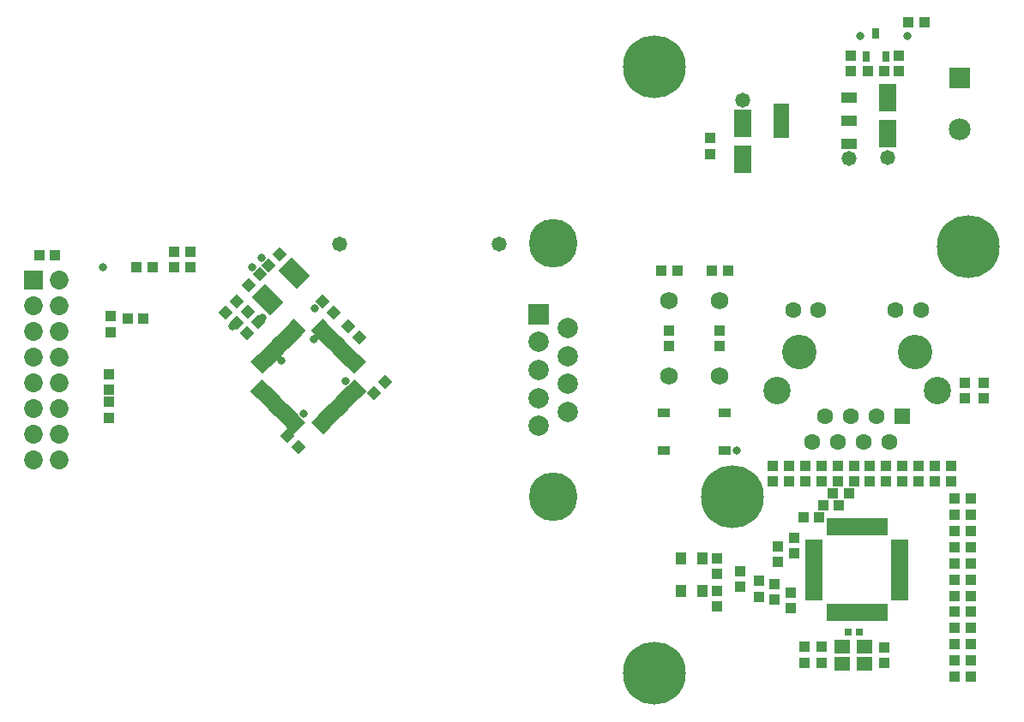
<source format=gts>
G04*
G04 #@! TF.GenerationSoftware,Altium Limited,Altium Designer,19.1.9 (167)*
G04*
G04 Layer_Color=8388736*
%FSLAX25Y25*%
%MOIN*%
G70*
G01*
G75*
%ADD17R,0.06312X0.05524*%
G04:AMPARAMS|DCode=18|XSize=74.93mil|YSize=102.49mil|CornerRadius=0mil|HoleSize=0mil|Usage=FLASHONLY|Rotation=225.000|XOffset=0mil|YOffset=0mil|HoleType=Round|Shape=Rectangle|*
%AMROTATEDRECTD18*
4,1,4,-0.00974,0.06273,0.06273,-0.00974,0.00974,-0.06273,-0.06273,0.00974,-0.00974,0.06273,0.0*
%
%ADD18ROTATEDRECTD18*%

%ADD19R,0.03162X0.04343*%
%ADD20R,0.04737X0.03753*%
%ADD21R,0.04147X0.04147*%
%ADD22R,0.04147X0.04147*%
%ADD23R,0.02965X0.02965*%
%ADD24P,0.05864X4X180.0*%
%ADD25P,0.05864X4X270.0*%
%ADD26R,0.03950X0.03950*%
%ADD27R,0.06600X0.01900*%
%ADD28R,0.01900X0.06600*%
G04:AMPARAMS|DCode=29|XSize=19mil|YSize=66mil|CornerRadius=0mil|HoleSize=0mil|Usage=FLASHONLY|Rotation=135.000|XOffset=0mil|YOffset=0mil|HoleType=Round|Shape=Rectangle|*
%AMROTATEDRECTD29*
4,1,4,0.03005,0.01662,-0.01662,-0.03005,-0.03005,-0.01662,0.01662,0.03005,0.03005,0.01662,0.0*
%
%ADD29ROTATEDRECTD29*%

G04:AMPARAMS|DCode=30|XSize=19mil|YSize=66mil|CornerRadius=0mil|HoleSize=0mil|Usage=FLASHONLY|Rotation=225.000|XOffset=0mil|YOffset=0mil|HoleType=Round|Shape=Rectangle|*
%AMROTATEDRECTD30*
4,1,4,-0.01662,0.03005,0.03005,-0.01662,0.01662,-0.03005,-0.03005,0.01662,-0.01662,0.03005,0.0*
%
%ADD30ROTATEDRECTD30*%

%ADD31R,0.05958X0.04461*%
%ADD32R,0.05958X0.13556*%
%ADD33R,0.04343X0.04737*%
%ADD34R,0.07099X0.11036*%
%ADD35C,0.07296*%
%ADD36R,0.07296X0.07296*%
%ADD37R,0.08477X0.08477*%
%ADD38C,0.08477*%
%ADD39C,0.06312*%
%ADD40R,0.06312X0.06312*%
%ADD41C,0.10642*%
%ADD42C,0.13398*%
%ADD43C,0.07887*%
%ADD44R,0.07887X0.07887*%
%ADD45C,0.18910*%
%ADD46C,0.24422*%
%ADD47C,0.06800*%
%ADD48C,0.05800*%
%ADD49C,0.03162*%
D17*
X-64761Y89300D02*
D03*
X-56100D02*
D03*
X-64761Y82607D02*
D03*
X-56100D02*
D03*
D18*
X-288050Y224050D02*
D03*
X-277750Y234350D02*
D03*
D19*
X-55400Y318800D02*
D03*
X-47920D02*
D03*
X-51660Y327855D02*
D03*
D20*
X-110400Y165354D02*
D03*
Y180118D02*
D03*
X-134022Y165354D02*
D03*
Y180118D02*
D03*
D21*
X-84800Y110151D02*
D03*
Y104049D02*
D03*
X-54000Y159651D02*
D03*
Y153549D02*
D03*
X-85500Y159651D02*
D03*
Y153549D02*
D03*
X-60300D02*
D03*
Y159651D02*
D03*
X-72900Y153549D02*
D03*
Y159651D02*
D03*
X-17000Y185749D02*
D03*
Y191851D02*
D03*
X-35100Y153549D02*
D03*
Y159651D02*
D03*
X-9800Y185749D02*
D03*
Y191851D02*
D03*
X-41400Y153549D02*
D03*
Y159651D02*
D03*
X-22500Y153549D02*
D03*
Y159651D02*
D03*
X-349975Y178302D02*
D03*
Y184404D02*
D03*
Y195304D02*
D03*
Y189202D02*
D03*
X-318000Y236749D02*
D03*
Y242851D02*
D03*
X-324500Y236749D02*
D03*
Y242851D02*
D03*
X-349200Y217751D02*
D03*
Y211649D02*
D03*
X-61400Y313149D02*
D03*
Y319251D02*
D03*
X-104475Y118475D02*
D03*
Y112373D02*
D03*
X-83400Y125549D02*
D03*
Y131651D02*
D03*
X-89800Y122049D02*
D03*
Y128151D02*
D03*
X-97100Y114751D02*
D03*
Y108649D02*
D03*
X-91200Y113551D02*
D03*
Y107449D02*
D03*
X-79500Y89051D02*
D03*
Y82949D02*
D03*
X-72800Y89051D02*
D03*
Y82949D02*
D03*
X-48500Y82849D02*
D03*
Y88951D02*
D03*
X-91800Y153549D02*
D03*
Y159651D02*
D03*
X-47700D02*
D03*
Y153549D02*
D03*
X-79200D02*
D03*
Y159651D02*
D03*
X-28800Y153549D02*
D03*
Y159651D02*
D03*
X-113600Y123551D02*
D03*
Y117449D02*
D03*
X-66600Y153549D02*
D03*
Y159651D02*
D03*
X-113600Y110851D02*
D03*
Y104749D02*
D03*
X-116000Y280949D02*
D03*
Y287051D02*
D03*
X-42900Y313149D02*
D03*
Y319251D02*
D03*
D22*
X-66049Y144100D02*
D03*
X-72151D02*
D03*
X-21051Y115300D02*
D03*
X-14949D02*
D03*
X-21051Y127900D02*
D03*
X-14949D02*
D03*
X-21051Y140500D02*
D03*
X-14949D02*
D03*
Y121600D02*
D03*
X-21051D02*
D03*
X-14949Y134200D02*
D03*
X-21051D02*
D03*
X-14949Y146800D02*
D03*
X-21051D02*
D03*
X-14949Y77500D02*
D03*
X-21051D02*
D03*
X-14949Y83800D02*
D03*
X-21051D02*
D03*
X-14949Y90100D02*
D03*
X-21051D02*
D03*
X-14949Y96400D02*
D03*
X-21051D02*
D03*
X-14949Y102700D02*
D03*
X-21051D02*
D03*
X-14949Y109000D02*
D03*
X-21051D02*
D03*
X-336449Y217000D02*
D03*
X-342551D02*
D03*
X-332949Y236700D02*
D03*
X-339051D02*
D03*
X-376751Y241500D02*
D03*
X-370649D02*
D03*
X-109269Y235400D02*
D03*
X-115372D02*
D03*
X-135057D02*
D03*
X-128954D02*
D03*
X-54700Y313100D02*
D03*
X-48598D02*
D03*
X-32949Y332100D02*
D03*
X-39051D02*
D03*
X-62249Y148700D02*
D03*
X-68351D02*
D03*
X-73749Y139500D02*
D03*
X-79851D02*
D03*
D23*
X-58000Y94900D02*
D03*
X-62600D02*
D03*
D24*
X-256958Y213858D02*
D03*
X-252642Y209542D02*
D03*
X-280358Y171158D02*
D03*
X-276043Y166842D02*
D03*
X-262643Y219243D02*
D03*
X-266957Y223557D02*
D03*
D25*
X-304358Y219243D02*
D03*
X-300043Y223557D02*
D03*
X-295942Y219458D02*
D03*
X-300257Y215142D02*
D03*
X-291200Y234100D02*
D03*
X-295515Y229785D02*
D03*
X-287757Y237442D02*
D03*
X-283442Y241757D02*
D03*
X-296158Y211243D02*
D03*
X-291843Y215558D02*
D03*
X-246657Y187742D02*
D03*
X-242342Y192058D02*
D03*
D26*
X-112320Y206029D02*
D03*
Y212328D02*
D03*
X-132006Y206029D02*
D03*
Y212328D02*
D03*
D27*
X-42455Y128000D02*
D03*
Y129900D02*
D03*
Y126000D02*
D03*
Y124000D02*
D03*
Y122100D02*
D03*
Y120100D02*
D03*
Y118100D02*
D03*
Y116100D02*
D03*
Y114200D02*
D03*
Y112200D02*
D03*
Y110200D02*
D03*
Y108300D02*
D03*
X-75655D02*
D03*
Y110200D02*
D03*
Y112200D02*
D03*
Y114200D02*
D03*
Y116100D02*
D03*
Y118100D02*
D03*
Y120100D02*
D03*
Y122100D02*
D03*
Y124000D02*
D03*
Y126000D02*
D03*
Y128000D02*
D03*
Y129900D02*
D03*
D28*
X-48255Y102500D02*
D03*
X-50155D02*
D03*
X-52155D02*
D03*
X-54155D02*
D03*
X-56055D02*
D03*
X-58055D02*
D03*
X-60055D02*
D03*
X-62055D02*
D03*
X-63955D02*
D03*
X-65955D02*
D03*
X-67955D02*
D03*
X-69855D02*
D03*
Y135700D02*
D03*
X-67955D02*
D03*
X-65955D02*
D03*
X-63955D02*
D03*
X-62055D02*
D03*
X-60055D02*
D03*
X-58055D02*
D03*
X-56055D02*
D03*
X-54155D02*
D03*
X-52155D02*
D03*
X-50155D02*
D03*
X-48255D02*
D03*
D29*
X-266855Y212331D02*
D03*
X-268199Y213675D02*
D03*
X-265441Y210917D02*
D03*
X-264027Y209503D02*
D03*
X-262683Y208159D02*
D03*
X-261269Y206745D02*
D03*
X-259855Y205331D02*
D03*
X-258441Y203917D02*
D03*
X-257097Y202573D02*
D03*
X-255683Y201159D02*
D03*
X-254269Y199745D02*
D03*
X-252925Y198401D02*
D03*
X-276401Y174925D02*
D03*
X-277745Y176269D02*
D03*
X-279159Y177683D02*
D03*
X-280573Y179097D02*
D03*
X-281917Y180441D02*
D03*
X-283331Y181855D02*
D03*
X-284745Y183269D02*
D03*
X-286159Y184683D02*
D03*
X-287503Y186027D02*
D03*
X-288917Y187441D02*
D03*
X-290331Y188855D02*
D03*
X-291675Y190199D02*
D03*
D30*
X-252925D02*
D03*
X-254269Y188855D02*
D03*
X-255683Y187441D02*
D03*
X-257097Y186027D02*
D03*
X-258441Y184683D02*
D03*
X-259855Y183269D02*
D03*
X-261269Y181855D02*
D03*
X-262683Y180441D02*
D03*
X-264027Y179097D02*
D03*
X-265441Y177683D02*
D03*
X-266855Y176269D02*
D03*
X-268199Y174925D02*
D03*
X-291675Y198401D02*
D03*
X-290331Y199745D02*
D03*
X-288917Y201159D02*
D03*
X-287503Y202573D02*
D03*
X-286159Y203917D02*
D03*
X-284745Y205331D02*
D03*
X-283331Y206745D02*
D03*
X-281917Y208159D02*
D03*
X-280573Y209503D02*
D03*
X-279159Y210917D02*
D03*
X-277745Y212331D02*
D03*
X-276401Y213675D02*
D03*
D31*
X-62031Y284784D02*
D03*
Y293800D02*
D03*
Y302816D02*
D03*
D32*
X-88369Y293800D02*
D03*
D33*
X-127534Y110800D02*
D03*
X-119266D02*
D03*
X-127534Y123400D02*
D03*
X-119266D02*
D03*
D34*
X-103600Y292887D02*
D03*
Y278713D02*
D03*
X-47100Y288827D02*
D03*
Y303000D02*
D03*
D35*
X-369016Y211850D02*
D03*
X-379016D02*
D03*
X-369016Y221850D02*
D03*
X-379016D02*
D03*
X-369016Y231850D02*
D03*
X-379016Y201850D02*
D03*
X-369016D02*
D03*
X-379016Y191850D02*
D03*
X-369016D02*
D03*
X-379016Y181850D02*
D03*
X-369016D02*
D03*
X-379016Y171850D02*
D03*
Y161850D02*
D03*
X-369016Y171850D02*
D03*
Y161850D02*
D03*
D36*
X-379016Y231850D02*
D03*
D37*
X-19100Y310343D02*
D03*
D38*
Y290657D02*
D03*
D39*
X-76555Y168937D02*
D03*
X-71555Y178937D02*
D03*
X-66555Y168937D02*
D03*
X-61555Y178937D02*
D03*
X-56555Y168937D02*
D03*
X-51555Y178937D02*
D03*
X-46555Y168937D02*
D03*
X-44055Y220118D02*
D03*
X-74055D02*
D03*
X-34252D02*
D03*
X-83859D02*
D03*
D40*
X-41555Y178937D02*
D03*
D41*
X-27953Y188780D02*
D03*
X-90158D02*
D03*
D42*
X-36555Y203937D02*
D03*
X-81555D02*
D03*
D43*
X-171575Y180492D02*
D03*
Y191398D02*
D03*
Y202303D02*
D03*
Y213209D02*
D03*
X-182756Y207756D02*
D03*
Y196850D02*
D03*
Y185945D02*
D03*
Y175039D02*
D03*
D44*
Y218661D02*
D03*
D45*
X-177165Y147658D02*
D03*
Y246043D02*
D03*
D46*
X-107500Y147600D02*
D03*
X-15700Y244800D02*
D03*
X-137795Y78740D02*
D03*
Y314961D02*
D03*
D47*
X-112320Y223942D02*
D03*
Y194415D02*
D03*
X-132006Y223942D02*
D03*
Y194415D02*
D03*
D48*
X-103600Y301700D02*
D03*
X-198100Y246000D02*
D03*
X-260100D02*
D03*
X-62031Y279131D02*
D03*
X-47100Y279600D02*
D03*
D49*
X-57800Y327000D02*
D03*
X-39500Y326800D02*
D03*
X-352158Y236825D02*
D03*
X-301700Y213800D02*
D03*
X-282700Y200500D02*
D03*
X-290100Y217200D02*
D03*
X-269800Y220900D02*
D03*
X-105700Y165400D02*
D03*
X-274100Y179800D02*
D03*
X-257800Y192400D02*
D03*
X-270300Y209000D02*
D03*
X-294000Y236900D02*
D03*
X-290500Y240400D02*
D03*
M02*

</source>
